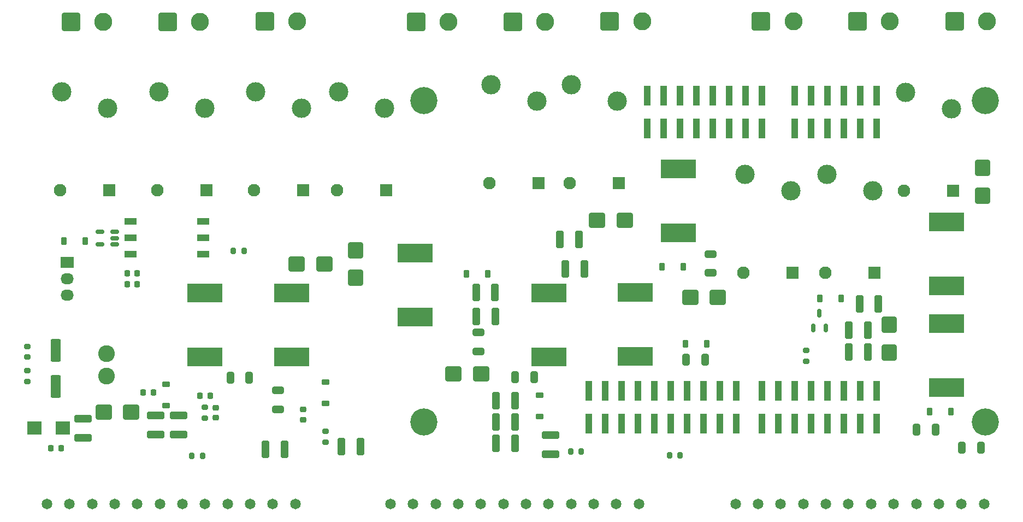
<source format=gbr>
%TF.GenerationSoftware,KiCad,Pcbnew,9.0.4*%
%TF.CreationDate,2025-10-09T13:35:14+02:00*%
%TF.ProjectId,io-gateway,696f2d67-6174-4657-9761-792e6b696361,rev?*%
%TF.SameCoordinates,Original*%
%TF.FileFunction,Soldermask,Top*%
%TF.FilePolarity,Negative*%
%FSLAX46Y46*%
G04 Gerber Fmt 4.6, Leading zero omitted, Abs format (unit mm)*
G04 Created by KiCad (PCBNEW 9.0.4) date 2025-10-09 13:35:14*
%MOMM*%
%LPD*%
G01*
G04 APERTURE LIST*
G04 Aperture macros list*
%AMRoundRect*
0 Rectangle with rounded corners*
0 $1 Rounding radius*
0 $2 $3 $4 $5 $6 $7 $8 $9 X,Y pos of 4 corners*
0 Add a 4 corners polygon primitive as box body*
4,1,4,$2,$3,$4,$5,$6,$7,$8,$9,$2,$3,0*
0 Add four circle primitives for the rounded corners*
1,1,$1+$1,$2,$3*
1,1,$1+$1,$4,$5*
1,1,$1+$1,$6,$7*
1,1,$1+$1,$8,$9*
0 Add four rect primitives between the rounded corners*
20,1,$1+$1,$2,$3,$4,$5,0*
20,1,$1+$1,$4,$5,$6,$7,0*
20,1,$1+$1,$6,$7,$8,$9,0*
20,1,$1+$1,$8,$9,$2,$3,0*%
G04 Aperture macros list end*
%ADD10RoundRect,0.200000X0.200000X0.275000X-0.200000X0.275000X-0.200000X-0.275000X0.200000X-0.275000X0*%
%ADD11R,1.000000X3.150000*%
%ADD12C,4.200000*%
%ADD13RoundRect,0.200000X-0.200000X-0.275000X0.200000X-0.275000X0.200000X0.275000X-0.200000X0.275000X0*%
%ADD14RoundRect,0.250000X1.100000X-0.325000X1.100000X0.325000X-1.100000X0.325000X-1.100000X-0.325000X0*%
%ADD15RoundRect,0.250000X-1.000000X-0.900000X1.000000X-0.900000X1.000000X0.900000X-1.000000X0.900000X0*%
%ADD16R,1.950000X1.950000*%
%ADD17C,1.950000*%
%ADD18C,3.000000*%
%ADD19R,2.200000X2.150000*%
%ADD20RoundRect,0.250000X-0.900000X1.000000X-0.900000X-1.000000X0.900000X-1.000000X0.900000X1.000000X0*%
%ADD21RoundRect,0.250000X0.550000X-1.500000X0.550000X1.500000X-0.550000X1.500000X-0.550000X-1.500000X0*%
%ADD22RoundRect,0.250000X-0.325000X-0.650000X0.325000X-0.650000X0.325000X0.650000X-0.325000X0.650000X0*%
%ADD23RoundRect,0.250000X0.325000X1.100000X-0.325000X1.100000X-0.325000X-1.100000X0.325000X-1.100000X0*%
%ADD24C,1.650000*%
%ADD25RoundRect,0.225000X0.225000X0.375000X-0.225000X0.375000X-0.225000X-0.375000X0.225000X-0.375000X0*%
%ADD26RoundRect,0.250000X1.000000X0.900000X-1.000000X0.900000X-1.000000X-0.900000X1.000000X-0.900000X0*%
%ADD27RoundRect,0.225000X-0.375000X0.225000X-0.375000X-0.225000X0.375000X-0.225000X0.375000X0.225000X0*%
%ADD28RoundRect,0.225000X-0.225000X-0.250000X0.225000X-0.250000X0.225000X0.250000X-0.225000X0.250000X0*%
%ADD29RoundRect,0.250001X-1.149999X-1.149999X1.149999X-1.149999X1.149999X1.149999X-1.149999X1.149999X0*%
%ADD30C,2.800000*%
%ADD31RoundRect,0.250000X-0.325000X-1.100000X0.325000X-1.100000X0.325000X1.100000X-0.325000X1.100000X0*%
%ADD32RoundRect,0.225000X-0.225000X-0.375000X0.225000X-0.375000X0.225000X0.375000X-0.225000X0.375000X0*%
%ADD33R,5.400000X2.900000*%
%ADD34RoundRect,0.250000X0.900000X-1.000000X0.900000X1.000000X-0.900000X1.000000X-0.900000X-1.000000X0*%
%ADD35RoundRect,0.150000X0.512500X0.150000X-0.512500X0.150000X-0.512500X-0.150000X0.512500X-0.150000X0*%
%ADD36RoundRect,0.218750X-0.218750X-0.256250X0.218750X-0.256250X0.218750X0.256250X-0.218750X0.256250X0*%
%ADD37RoundRect,0.225000X0.225000X0.250000X-0.225000X0.250000X-0.225000X-0.250000X0.225000X-0.250000X0*%
%ADD38RoundRect,0.250000X-0.650000X0.325000X-0.650000X-0.325000X0.650000X-0.325000X0.650000X0.325000X0*%
%ADD39RoundRect,0.200000X0.275000X-0.200000X0.275000X0.200000X-0.275000X0.200000X-0.275000X-0.200000X0*%
%ADD40C,2.600000*%
%ADD41R,1.830000X1.090000*%
%ADD42RoundRect,0.054500X-0.860500X-0.490500X0.860500X-0.490500X0.860500X0.490500X-0.860500X0.490500X0*%
%ADD43RoundRect,0.250000X0.325000X0.650000X-0.325000X0.650000X-0.325000X-0.650000X0.325000X-0.650000X0*%
%ADD44RoundRect,0.225000X-0.250000X0.225000X-0.250000X-0.225000X0.250000X-0.225000X0.250000X0.225000X0*%
%ADD45RoundRect,0.250000X-1.100000X0.325000X-1.100000X-0.325000X1.100000X-0.325000X1.100000X0.325000X0*%
%ADD46RoundRect,0.225000X0.250000X-0.225000X0.250000X0.225000X-0.250000X0.225000X-0.250000X-0.225000X0*%
%ADD47R,2.030000X1.730000*%
%ADD48O,2.030000X1.730000*%
%ADD49RoundRect,0.150000X0.150000X-0.512500X0.150000X0.512500X-0.150000X0.512500X-0.150000X-0.512500X0*%
G04 APERTURE END LIST*
D10*
%TO.C,R_DIMA_6*%
X136436600Y-118110000D03*
X138086600Y-118110000D03*
%TD*%
D11*
%TO.C,FRDM_MCXA153_1*%
X183896000Y-62992000D03*
X183896000Y-68042000D03*
X181356000Y-62992000D03*
X181356000Y-68042000D03*
X178816000Y-62992000D03*
X178816000Y-68042000D03*
X176276000Y-62992000D03*
X176276000Y-68042000D03*
X173736000Y-62992000D03*
X173736000Y-68042000D03*
X171196000Y-62992000D03*
X171196000Y-68042000D03*
X166065200Y-62992800D03*
X166065200Y-68042800D03*
X163525200Y-62992800D03*
X163525200Y-68042800D03*
X160985200Y-62992800D03*
X160985200Y-68042800D03*
X158445200Y-62992800D03*
X158445200Y-68042800D03*
X155905200Y-62992800D03*
X155905200Y-68042800D03*
X153365200Y-62992800D03*
X153365200Y-68042800D03*
X150825200Y-62992800D03*
X150825200Y-68042800D03*
X148285200Y-62992800D03*
X148285200Y-68042800D03*
X139200000Y-113768000D03*
X139200000Y-108718000D03*
X141740000Y-113768000D03*
X141740000Y-108718000D03*
X144280000Y-113768000D03*
X144280000Y-108718000D03*
X146820000Y-113768000D03*
X146820000Y-108718000D03*
X149360000Y-113768000D03*
X149360000Y-108718000D03*
X151900000Y-113768000D03*
X151900000Y-108718000D03*
X154440000Y-113768000D03*
X154440000Y-108718000D03*
X156980000Y-113768000D03*
X156980000Y-108718000D03*
X159520000Y-113768000D03*
X159520000Y-108718000D03*
X162060000Y-113768000D03*
X162060000Y-108718000D03*
X166116000Y-113755000D03*
X166116000Y-108705000D03*
X168656000Y-113755000D03*
X168656000Y-108705000D03*
X171196000Y-113755000D03*
X171196000Y-108705000D03*
X173736000Y-113755000D03*
X173736000Y-108705000D03*
X176276000Y-113755000D03*
X176276000Y-108705000D03*
X178816000Y-113755000D03*
X178816000Y-108705000D03*
X181356000Y-113755000D03*
X181356000Y-108705000D03*
X183896000Y-113755000D03*
X183896000Y-108705000D03*
D12*
X113675000Y-63692000D03*
X200670000Y-63692000D03*
X113675000Y-113476000D03*
X200670000Y-113476000D03*
%TD*%
D13*
%TO.C,R_DIMB_6*%
X153400000Y-118700000D03*
X151750000Y-118700000D03*
%TD*%
D14*
%TO.C,C_DIMA_2*%
X72136000Y-115472000D03*
X72136000Y-112522000D03*
%TD*%
D15*
%TO.C,D_DIMB_1*%
X93963600Y-89001600D03*
X98263600Y-89001600D03*
%TD*%
D16*
%TO.C,K9*%
X170799000Y-90424000D03*
D17*
X163199000Y-90424000D03*
D18*
X170549000Y-77724000D03*
X163449000Y-75184000D03*
%TD*%
D19*
%TO.C,D1*%
X57699000Y-114427000D03*
X53299000Y-114427000D03*
%TD*%
D20*
%TO.C,D_DIMA_7*%
X103073200Y-86886000D03*
X103073200Y-91186000D03*
%TD*%
D21*
%TO.C,C44*%
X56610400Y-107981400D03*
X56610400Y-102381400D03*
%TD*%
D22*
%TO.C,C_DIMA_7*%
X83665800Y-106680000D03*
X86615800Y-106680000D03*
%TD*%
D23*
%TO.C,C_DIMA_18*%
X127812800Y-116840000D03*
X124862800Y-116840000D03*
%TD*%
D24*
%TO.C,J1*%
X55250000Y-126250000D03*
X58750000Y-126250000D03*
X62250000Y-126250000D03*
X65750000Y-126250000D03*
X69250000Y-126250000D03*
X72750000Y-126250000D03*
X76250000Y-126250000D03*
X79750000Y-126250000D03*
X83250000Y-126250000D03*
X86750000Y-126250000D03*
X90250000Y-126250000D03*
X93750000Y-126250000D03*
%TD*%
D25*
%TO.C,D_K8*%
X178358800Y-94361000D03*
X175058800Y-94361000D03*
%TD*%
D26*
%TO.C,D_DIMB_7*%
X144812800Y-82245200D03*
X140512800Y-82245200D03*
%TD*%
D23*
%TO.C,C_DIMA_34*%
X182524400Y-102666800D03*
X179574400Y-102666800D03*
%TD*%
D27*
%TO.C,D_DIMA_2*%
X73710800Y-107645200D03*
X73710800Y-110945200D03*
%TD*%
D28*
%TO.C,C_DIMA_5*%
X78994000Y-109474000D03*
X80544000Y-109474000D03*
%TD*%
D29*
%TO.C,J5*%
X195933000Y-51433000D03*
D30*
X200933000Y-51433000D03*
%TD*%
D14*
%TO.C,C_DIMB_17*%
X133350000Y-118467400D03*
X133350000Y-115517400D03*
%TD*%
D29*
%TO.C,J7*%
X89000000Y-51433000D03*
D30*
X94000000Y-51433000D03*
%TD*%
D16*
%TO.C,K7*%
X195703000Y-77724000D03*
D17*
X188103000Y-77724000D03*
D18*
X195453000Y-65024000D03*
X188353000Y-62484000D03*
%TD*%
D31*
%TO.C,C_DIMB_1*%
X100925000Y-117300000D03*
X103875000Y-117300000D03*
%TD*%
D16*
%TO.C,K8*%
X183511000Y-90424000D03*
D17*
X175911000Y-90424000D03*
D18*
X183261000Y-77724000D03*
X176161000Y-75184000D03*
%TD*%
D32*
%TO.C,D_DIMA_8*%
X120245600Y-90576400D03*
X123545600Y-90576400D03*
%TD*%
D29*
%TO.C,J4*%
X142500000Y-51433000D03*
D30*
X147500000Y-51433000D03*
%TD*%
D27*
%TO.C,D_DIMB_2*%
X98425000Y-107316000D03*
X98425000Y-110616000D03*
%TD*%
D23*
%TO.C,C_DIMA_26*%
X124743000Y-97155000D03*
X121793000Y-97155000D03*
%TD*%
D33*
%TO.C,L_DIMB_5*%
X194691000Y-108201000D03*
X194691000Y-98301000D03*
%TD*%
D29*
%TO.C,J13*%
X165950000Y-51450000D03*
D30*
X170950000Y-51450000D03*
%TD*%
D34*
%TO.C,D_DIMA_9*%
X200304400Y-78435200D03*
X200304400Y-74135200D03*
%TD*%
D29*
%TO.C,J10*%
X127500000Y-51500000D03*
D30*
X132500000Y-51500000D03*
%TD*%
D22*
%TO.C,C_DIMB_23*%
X154354000Y-103886000D03*
X157304000Y-103886000D03*
%TD*%
D33*
%TO.C,L_DIMB_4*%
X153162000Y-84198000D03*
X153162000Y-74298000D03*
%TD*%
D23*
%TO.C,C_DIMA_33*%
X182526200Y-99314000D03*
X179576200Y-99314000D03*
%TD*%
D22*
%TO.C,C_DIMA_39*%
X190041000Y-114681000D03*
X192991000Y-114681000D03*
%TD*%
D16*
%TO.C,K4*%
X143881000Y-76510000D03*
D17*
X136281000Y-76510000D03*
D18*
X143631000Y-63810000D03*
X136531000Y-61270000D03*
%TD*%
D24*
%TO.C,J3*%
X162000000Y-126250000D03*
X165500000Y-126250000D03*
X169000000Y-126250000D03*
X172500000Y-126250000D03*
X176000000Y-126250000D03*
X179500000Y-126250000D03*
X183000000Y-126250000D03*
X186500000Y-126250000D03*
X190000000Y-126250000D03*
X193500000Y-126250000D03*
X197000000Y-126250000D03*
X200500000Y-126250000D03*
%TD*%
D35*
%TO.C,U5*%
X65775000Y-85979000D03*
X65775000Y-85029000D03*
X65775000Y-84079000D03*
X63500000Y-84079000D03*
X63500000Y-85979000D03*
%TD*%
D29*
%TO.C,J12*%
X180900000Y-51450000D03*
D30*
X185900000Y-51450000D03*
%TD*%
D36*
%TO.C,F1*%
X55854500Y-117602000D03*
X57429500Y-117602000D03*
%TD*%
D37*
%TO.C,C1*%
X69215000Y-90487500D03*
X67665000Y-90487500D03*
%TD*%
D29*
%TO.C,J11*%
X112500000Y-51500000D03*
D30*
X117500000Y-51500000D03*
%TD*%
D23*
%TO.C,C_DIMA_17*%
X127812800Y-113490000D03*
X124862800Y-113490000D03*
%TD*%
D24*
%TO.C,J2*%
X108500000Y-126250000D03*
X112000000Y-126250000D03*
X115500000Y-126250000D03*
X119000000Y-126250000D03*
X122500000Y-126250000D03*
X126000000Y-126250000D03*
X129500000Y-126250000D03*
X133000000Y-126250000D03*
X136500000Y-126250000D03*
X140000000Y-126250000D03*
X143500000Y-126250000D03*
X147000000Y-126250000D03*
%TD*%
D38*
%TO.C,C_DIMB_31*%
X158089600Y-87475800D03*
X158089600Y-90425800D03*
%TD*%
D39*
%TO.C,R29*%
X52222400Y-103466400D03*
X52222400Y-101816400D03*
%TD*%
D16*
%TO.C,K3*%
X64918400Y-77571600D03*
D17*
X57318400Y-77571600D03*
D18*
X64668400Y-64871600D03*
X57568400Y-62331600D03*
%TD*%
D22*
%TO.C,C_DIMB_39*%
X197053200Y-117500400D03*
X200003200Y-117500400D03*
%TD*%
D32*
%TO.C,D_DIMB_6*%
X154255200Y-101396800D03*
X157555200Y-101396800D03*
%TD*%
D25*
%TO.C,D_F1*%
X61213000Y-85471000D03*
X57913000Y-85471000D03*
%TD*%
D39*
%TO.C,R_DIMB_2*%
X98400000Y-116625000D03*
X98400000Y-114975000D03*
%TD*%
%TO.C,R_DIMA_1*%
X79756000Y-112902000D03*
X79756000Y-111252000D03*
%TD*%
D16*
%TO.C,K6*%
X107832400Y-77571600D03*
D17*
X100232400Y-77571600D03*
D18*
X107582400Y-64871600D03*
X100482400Y-62331600D03*
%TD*%
D25*
%TO.C,D_DIMB_10*%
X195401200Y-111861600D03*
X192101200Y-111861600D03*
%TD*%
D26*
%TO.C,D_DIMA_5*%
X122580400Y-106070400D03*
X118280400Y-106070400D03*
%TD*%
D23*
%TO.C,C_DIMB_34*%
X184153600Y-95199200D03*
X181203600Y-95199200D03*
%TD*%
%TO.C,C_DIMB_2*%
X92075000Y-117729000D03*
X89125000Y-117729000D03*
%TD*%
D37*
%TO.C,C_DIMA_6*%
X71742600Y-108915200D03*
X70192600Y-108915200D03*
%TD*%
D10*
%TO.C,R_DIMA_2*%
X79361800Y-118719600D03*
X77711800Y-118719600D03*
%TD*%
D29*
%TO.C,J9*%
X59000000Y-51500000D03*
D30*
X64000000Y-51500000D03*
%TD*%
D37*
%TO.C,C6*%
X69215000Y-92138500D03*
X67665000Y-92138500D03*
%TD*%
D15*
%TO.C,D_DIMB_5*%
X154958000Y-94234000D03*
X159258000Y-94234000D03*
%TD*%
D40*
%TO.C,L6*%
X64516000Y-106426000D03*
X64516000Y-102926000D03*
%TD*%
D23*
%TO.C,C_DIMB_26*%
X137697000Y-85217000D03*
X134747000Y-85217000D03*
%TD*%
D14*
%TO.C,C_DIMA_1*%
X75692000Y-115472000D03*
X75692000Y-112522000D03*
%TD*%
D16*
%TO.C,K2*%
X79943200Y-77571600D03*
D17*
X72343200Y-77571600D03*
D18*
X79693200Y-64871600D03*
X72593200Y-62331600D03*
%TD*%
D33*
%TO.C,L_DIMB_1*%
X93150000Y-103450000D03*
X93150000Y-93550000D03*
%TD*%
D16*
%TO.C,K5*%
X131441000Y-76510000D03*
D17*
X123841000Y-76510000D03*
D18*
X131191000Y-63810000D03*
X124091000Y-61270000D03*
%TD*%
D41*
%TO.C,TR1*%
X68199000Y-82423000D03*
D42*
X68199000Y-84963000D03*
X68199000Y-87503000D03*
X79439000Y-87503000D03*
X79439000Y-84963000D03*
X79439000Y-82423000D03*
%TD*%
D33*
%TO.C,L_DIMA_1*%
X79750000Y-103450000D03*
X79750000Y-93550000D03*
%TD*%
%TO.C,L_DIMA_4*%
X112318800Y-97225200D03*
X112318800Y-87325200D03*
%TD*%
%TO.C,L_DIMA_3*%
X133025000Y-103438000D03*
X133025000Y-93538000D03*
%TD*%
D38*
%TO.C,C_DIMB_7*%
X91059000Y-108634000D03*
X91059000Y-111584000D03*
%TD*%
D13*
%TO.C,R2*%
X84150000Y-86995000D03*
X85800000Y-86995000D03*
%TD*%
D43*
%TO.C,C_DIMA_23*%
X130759200Y-106578400D03*
X127809200Y-106578400D03*
%TD*%
D39*
%TO.C,R27*%
X52222400Y-107225600D03*
X52222400Y-105575600D03*
%TD*%
D33*
%TO.C,L_DIMA_5*%
X194691000Y-92453000D03*
X194691000Y-82553000D03*
%TD*%
D44*
%TO.C,C_DIMB_6*%
X95000000Y-111600000D03*
X95000000Y-113150000D03*
%TD*%
D25*
%TO.C,D_DIMB_8*%
X153871200Y-89458800D03*
X150571200Y-89458800D03*
%TD*%
D23*
%TO.C,C_DIMA_25*%
X124714000Y-93472000D03*
X121764000Y-93472000D03*
%TD*%
D38*
%TO.C,C_DIMA_31*%
X122123200Y-99617000D03*
X122123200Y-102567000D03*
%TD*%
D45*
%TO.C,C38*%
X60833000Y-113030000D03*
X60833000Y-115980000D03*
%TD*%
D33*
%TO.C,L_DIMB_3*%
X146431000Y-103378000D03*
X146431000Y-93478000D03*
%TD*%
D46*
%TO.C,C_DIMA_4*%
X81432400Y-112839800D03*
X81432400Y-111289800D03*
%TD*%
D39*
%TO.C,R_K8*%
X172974000Y-104076000D03*
X172974000Y-102426000D03*
%TD*%
D27*
%TO.C,D_DIMA_6*%
X131622800Y-109321600D03*
X131622800Y-112621600D03*
%TD*%
D23*
%TO.C,C_DIMB_25*%
X138586000Y-89789000D03*
X135636000Y-89789000D03*
%TD*%
D29*
%TO.C,J8*%
X73994000Y-51500000D03*
D30*
X78994000Y-51500000D03*
%TD*%
D47*
%TO.C,M1*%
X58420000Y-88773000D03*
D48*
X58420000Y-91313000D03*
X58420000Y-93853000D03*
%TD*%
D34*
%TO.C,D_DIMB_9*%
X185775600Y-102717600D03*
X185775600Y-98417600D03*
%TD*%
D49*
%TO.C,Q_K8*%
X174050000Y-98950000D03*
X175950000Y-98950000D03*
X175000000Y-96675000D03*
%TD*%
D16*
%TO.C,K1*%
X94980000Y-77571600D03*
D17*
X87380000Y-77571600D03*
D18*
X94730000Y-64871600D03*
X87630000Y-62331600D03*
%TD*%
D26*
%TO.C,D_DIMA_1*%
X68317000Y-112014000D03*
X64017000Y-112014000D03*
%TD*%
D23*
%TO.C,C_DIMB_18*%
X127802800Y-110226000D03*
X124852800Y-110226000D03*
%TD*%
M02*

</source>
